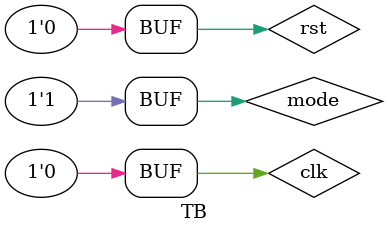
<source format=v>
`timescale 1ns/1ns
module TB();
  reg clk = 0, rst = 0, mode = 1;
  ARM Pipeline(clk, rst, mode);
  initial begin
    repeat(600) #10 clk = ~clk;
  end
  initial begin
    rst = 1;
    #5
    rst = 0;
  end
endmodule
</source>
